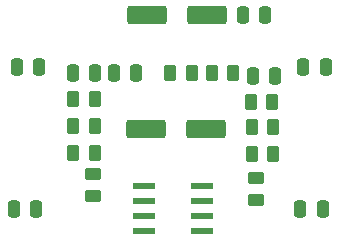
<source format=gbr>
%TF.GenerationSoftware,KiCad,Pcbnew,9.0.5*%
%TF.CreationDate,2025-12-25T12:25:27+05:30*%
%TF.ProjectId,TSH82_Configurable_Op-amp_Board,54534838-325f-4436-9f6e-666967757261,v1.1*%
%TF.SameCoordinates,Original*%
%TF.FileFunction,Paste,Top*%
%TF.FilePolarity,Positive*%
%FSLAX46Y46*%
G04 Gerber Fmt 4.6, Leading zero omitted, Abs format (unit mm)*
G04 Created by KiCad (PCBNEW 9.0.5) date 2025-12-25 12:25:27*
%MOMM*%
%LPD*%
G01*
G04 APERTURE LIST*
G04 Aperture macros list*
%AMRoundRect*
0 Rectangle with rounded corners*
0 $1 Rounding radius*
0 $2 $3 $4 $5 $6 $7 $8 $9 X,Y pos of 4 corners*
0 Add a 4 corners polygon primitive as box body*
4,1,4,$2,$3,$4,$5,$6,$7,$8,$9,$2,$3,0*
0 Add four circle primitives for the rounded corners*
1,1,$1+$1,$2,$3*
1,1,$1+$1,$4,$5*
1,1,$1+$1,$6,$7*
1,1,$1+$1,$8,$9*
0 Add four rect primitives between the rounded corners*
20,1,$1+$1,$2,$3,$4,$5,0*
20,1,$1+$1,$4,$5,$6,$7,0*
20,1,$1+$1,$6,$7,$8,$9,0*
20,1,$1+$1,$8,$9,$2,$3,0*%
G04 Aperture macros list end*
%ADD10RoundRect,0.250000X-0.250000X-0.475000X0.250000X-0.475000X0.250000X0.475000X-0.250000X0.475000X0*%
%ADD11RoundRect,0.250000X0.250000X0.475000X-0.250000X0.475000X-0.250000X-0.475000X0.250000X-0.475000X0*%
%ADD12RoundRect,0.250000X1.412500X0.550000X-1.412500X0.550000X-1.412500X-0.550000X1.412500X-0.550000X0*%
%ADD13RoundRect,0.250000X0.450000X-0.262500X0.450000X0.262500X-0.450000X0.262500X-0.450000X-0.262500X0*%
%ADD14RoundRect,0.250000X0.262500X0.450000X-0.262500X0.450000X-0.262500X-0.450000X0.262500X-0.450000X0*%
%ADD15RoundRect,0.250000X-0.262500X-0.450000X0.262500X-0.450000X0.262500X0.450000X-0.262500X0.450000X0*%
%ADD16R,1.981200X0.533400*%
G04 APERTURE END LIST*
D10*
%TO.C,C2*%
X150037500Y-91750000D03*
X151937500Y-91750000D03*
%TD*%
D11*
%TO.C,C4*%
X155987500Y-103000000D03*
X154087500Y-103000000D03*
%TD*%
D12*
%TO.C,C10*%
X146075000Y-96250000D03*
X141000000Y-96250000D03*
%TD*%
D13*
%TO.C,R7*%
X150287500Y-102250000D03*
X150287500Y-100425000D03*
%TD*%
D14*
%TO.C,R9*%
X144912500Y-91500000D03*
X143087500Y-91500000D03*
%TD*%
D13*
%TO.C,R5*%
X136500000Y-101912500D03*
X136500000Y-100087500D03*
%TD*%
D11*
%TO.C,C6*%
X156237500Y-91000000D03*
X154337500Y-91000000D03*
%TD*%
D10*
%TO.C,C7*%
X149225000Y-86625000D03*
X151125000Y-86625000D03*
%TD*%
D15*
%TO.C,R6*%
X134837500Y-93750000D03*
X136662500Y-93750000D03*
%TD*%
%TO.C,R1*%
X134837500Y-96000000D03*
X136662500Y-96000000D03*
%TD*%
D14*
%TO.C,R8*%
X151700000Y-94000000D03*
X149875000Y-94000000D03*
%TD*%
D11*
%TO.C,C8*%
X140200000Y-91500000D03*
X138300000Y-91500000D03*
%TD*%
D14*
%TO.C,R10*%
X148412500Y-91500000D03*
X146587500Y-91500000D03*
%TD*%
D11*
%TO.C,C1*%
X136700000Y-91500000D03*
X134800000Y-91500000D03*
%TD*%
%TO.C,C5*%
X131987500Y-91000000D03*
X130087500Y-91000000D03*
%TD*%
D15*
%TO.C,R4*%
X149962500Y-96087500D03*
X151787500Y-96087500D03*
%TD*%
D10*
%TO.C,C3*%
X129837500Y-103000000D03*
X131737500Y-103000000D03*
%TD*%
D15*
%TO.C,R3*%
X149962500Y-98337500D03*
X151787500Y-98337500D03*
%TD*%
D12*
%TO.C,C9*%
X146162500Y-86625000D03*
X141087500Y-86625000D03*
%TD*%
D15*
%TO.C,R2*%
X134837500Y-98250000D03*
X136662500Y-98250000D03*
%TD*%
D16*
%TO.C,U1*%
X140823700Y-101095000D03*
X140823700Y-102365000D03*
X140823700Y-103635000D03*
X140823700Y-104905000D03*
X145751300Y-104905000D03*
X145751300Y-103635000D03*
X145751300Y-102365000D03*
X145751300Y-101095000D03*
%TD*%
M02*

</source>
